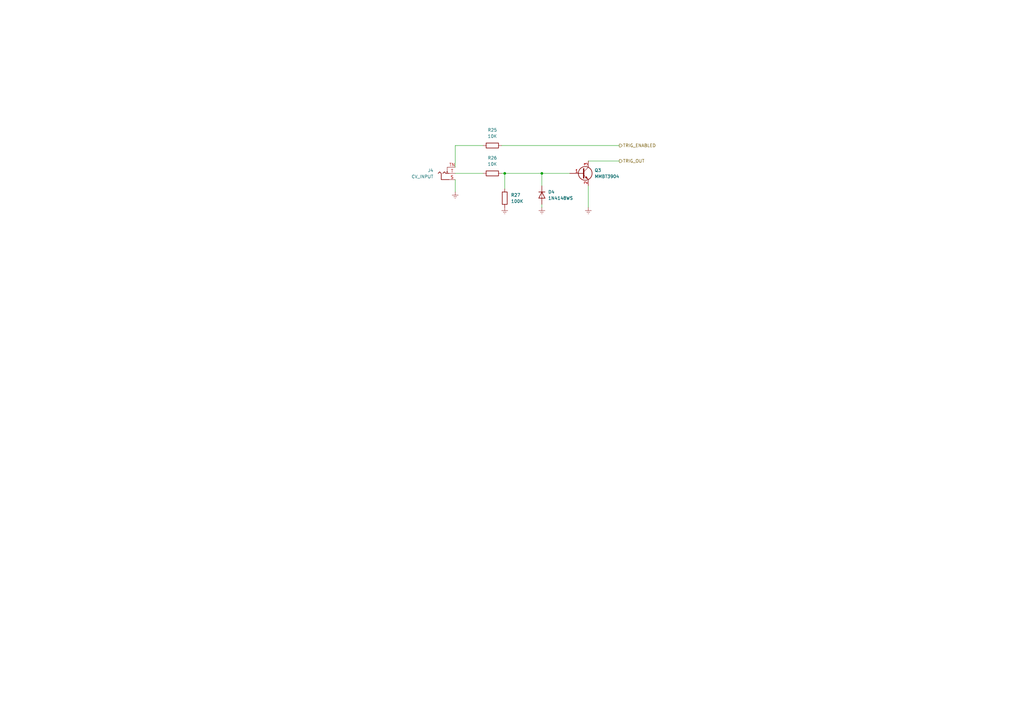
<source format=kicad_sch>
(kicad_sch (version 20231120) (generator "eeschema") (generator_version "8.0")
  (paper "A3")
  (lib_symbols
    (symbol "Device:R" (pin_numbers hide) (pin_names (offset 0))
      (property "Reference" "R" (at 2.032 0 90))
      (property "Value" "R" (at 0 0 90))
      (symbol "R_0_1"
        (rectangle (start -1.016 -2.54) (end 1.016 2.54) (stroke (width 0.254)))
      )
      (symbol "R_1_1"
        (pin passive line (at 0 3.81 270) (length 1.27) (name "~") (number "1"))
        (pin passive line (at 0 -3.81 90) (length 1.27) (name "~") (number "2"))
      )
    )
    (symbol "Diode:1N4148WS" (pin_numbers hide) (pin_names hide)
      (property "Reference" "D" (at 0 2.54 0))
      (property "Value" "1N4148WS" (at 0 -2.54 0))
      (symbol "1N4148WS_0_1"
        (polyline (pts (xy -1.27 1.27) (xy -1.27 -1.27)) (stroke (width 0.254)))
        (polyline (pts (xy 1.27 0) (xy -1.27 0)))
        (polyline (pts (xy 1.27 1.27) (xy 1.27 -1.27) (xy -1.27 0) (xy 1.27 1.27)) (stroke (width 0.254)))
      )
      (symbol "1N4148WS_1_1"
        (pin passive line (at -3.81 0 0) (length 2.54) (name "K") (number "1"))
        (pin passive line (at 3.81 0 180) (length 2.54) (name "A") (number "2"))
      )
    )
    (symbol "Transistor_BJT:MMBT3904" (pin_names (offset 0) hide)
      (property "Reference" "Q" (at 5.08 1.905 0))
      (property "Value" "MMBT3904" (at 5.08 0 0))
      (symbol "MMBT3904_0_1"
        (polyline (pts (xy 0.635 0.635) (xy 2.54 2.54)))
        (polyline (pts (xy 0.635 -0.635) (xy 2.54 -2.54) (xy 2.54 -2.54)))
        (polyline (pts (xy 0.635 1.905) (xy 0.635 -1.905) (xy 0.635 -1.905)) (stroke (width 0.508)))
        (polyline (pts (xy 1.27 -1.778) (xy 1.778 -1.27) (xy 2.286 -2.286) (xy 1.27 -1.778) (xy 1.27 -1.778)) (fill (type outline)))
        (circle (center 1.27 0) (radius 2.8194) (stroke (width 0.254)))
      )
      (symbol "MMBT3904_1_1"
        (pin input line (at -5.08 0 0) (length 5.715) (name "B") (number "1"))
        (pin passive line (at 2.54 -5.08 90) (length 2.54) (name "E") (number "2"))
        (pin passive line (at 2.54 5.08 270) (length 2.54) (name "C") (number "3"))
      )
    )
    (symbol "power:GNDREF" (power) (pin_numbers hide) (pin_names (offset 0) hide)
      (property "Value" "GNDREF" (at 0 -3.81 0))
      (symbol "GNDREF_0_1"
        (polyline (pts (xy -0.635 -1.905) (xy 0.635 -1.905)))
        (polyline (pts (xy -0.127 -2.54) (xy 0.127 -2.54)))
        (polyline (pts (xy 0 -1.27) (xy 0 0)))
        (polyline (pts (xy 1.27 -1.27) (xy -1.27 -1.27)))
      )
      (symbol "GNDREF_1_1"
        (pin power_in line (at 0 0 270) (length 0) (name "~") (number "1"))
      )
    )
    (symbol "synth:AudioJack_Mono_3.5mm"
      (property "Reference" "J" (at 0 8.89 0))
      (property "Value" "AudioJack_Mono_3.5mm" (at 0 6.35 0))
      (symbol "AudioJack_Mono_3.5mm_0_1"
        (polyline (pts (xy 1.778 -0.254) (xy 2.032 -0.762)))
        (polyline (pts (xy 0 0) (xy 0.635 -0.635) (xy 1.27 0) (xy 2.54 0)) (stroke (width 0.254)))
        (polyline (pts (xy 2.54 -2.54) (xy 1.778 -2.54) (xy 1.778 -0.254) (xy 1.524 -0.762)))
        (polyline (pts (xy 2.54 2.54) (xy -0.635 2.54) (xy -0.635 0) (xy -1.27 -0.635) (xy -1.905 0)) (stroke (width 0.254)))
      )
      (symbol "AudioJack_Mono_3.5mm_1_1"
        (pin passive line (at 5.08 2.54 180) (length 2.54) (name "~") (number "S"))
        (pin passive line (at 5.08 0 180) (length 2.54) (name "~") (number "T"))
        (pin passive line (at 5.08 -2.54 180) (length 2.54) (name "~") (number "TN"))
      )
    )
  )
  (junction (at 207.01 71.12))
  (junction (at 222.25 71.12))
  (wire (pts (xy 222.25 76.2) (xy 222.25 71.12)))
  (wire (pts (xy 222.25 71.12) (xy 233.68 71.12)))
  (wire (pts (xy 186.69 68.58) (xy 186.69 59.69)))
  (wire (pts (xy 198.12 71.12) (xy 186.69 71.12)))
  (wire (pts (xy 186.69 78.74) (xy 186.69 73.66)))
  (wire (pts (xy 254 66.04) (xy 241.3 66.04)))
  (wire (pts (xy 222.25 85.09) (xy 222.25 83.82)))
  (wire (pts (xy 186.69 59.69) (xy 198.12 59.69)))
  (wire (pts (xy 205.74 71.12) (xy 207.01 71.12)))
  (wire (pts (xy 207.01 71.12) (xy 222.25 71.12)))
  (wire (pts (xy 241.3 85.09) (xy 241.3 76.2)))
  (wire (pts (xy 254 59.69) (xy 205.74 59.69)))
  (wire (pts (xy 207.01 77.47) (xy 207.01 71.12)))
  (hierarchical_label "TRIG_OUT" (shape output) (at 254 66.04 0))
  (hierarchical_label "TRIG_ENABLED" (shape output) (at 254 59.69 0))
  (symbol (lib_id "Device:R") (at 207.01 81.28 0) (unit 1)
    (property "Reference" "R27" (at 209.55 80.0099 0) (effects (justify left)))
    (property "Value" "100K" (at 209.55 82.5499 0) (effects (justify left)))
    (property "Footprint" "Resistor_SMD:R_0805_2012Metric_Pad1.20x1.40mm_HandSolder" (effects (hide yes)))
    (property "Description" "Resistor" (effects (hide yes)))
    (instances (project "quantizer" (path "" (reference "R27") (unit 1)) (path "" (reference "R43") (unit 1))))
  )
  (symbol (lib_id "Device:R") (at 201.93 71.12 270) (unit 1)
    (property "Reference" "R26" (at 201.93 64.77 90))
    (property "Value" "10K" (at 201.93 67.31 90))
    (property "Footprint" "Resistor_SMD:R_0805_2012Metric_Pad1.20x1.40mm_HandSolder" (effects (hide yes)))
    (property "Description" "Resistor" (effects (hide yes)))
    (instances (project "quantizer" (path "" (reference "R26") (unit 1)) (path "" (reference "R42") (unit 1))))
  )
  (symbol (lib_id "synth:AudioJack_Mono_3.5mm") (at 181.61 71.12 0) (mirror x) (unit 1)
    (property "Reference" "J4" (at 177.8 69.9134 0) (effects (justify right)))
    (property "Value" "CV_INPUT" (at 177.8 72.4534 0) (effects (justify right)))
    (property "Footprint" "Synth:Jack_3.5mm_QingPu_WQP-PJ398SM_Vertical_CircularHoles" (effects (hide yes)))
    (property "Description" "Audio Jack, 2 Poles (Mono / TS), Switched T Pole (Normalling)" (effects (hide yes)))
    (instances (project "quantizer" (path "" (reference "J4") (unit 1)) (path "" (reference "J8") (unit 1))))
  )
  (symbol (lib_id "power:GNDREF") (at 222.25 85.09 0) (unit 1)
    (property "Reference" "#PWR056" (effects (hide yes)))
    (property "Value" "GNDREF" (effects (hide yes)))
    (property "Description" "Power symbol creates a global label with name \"GNDREF\" , reference supply ground" (effects (hide yes)))
    (instances (project "quantizer" (path "" (reference "#PWR056") (unit 1)) (path "" (reference "#PWR074") (unit 1))))
  )
  (symbol (lib_id "power:GNDREF") (at 241.3 85.09 0) (unit 1)
    (property "Reference" "#PWR057" (effects (hide yes)))
    (property "Value" "GNDREF" (effects (hide yes)))
    (property "Description" "Power symbol creates a global label with name \"GNDREF\" , reference supply ground" (effects (hide yes)))
    (instances (project "quantizer" (path "" (reference "#PWR057") (unit 1)) (path "" (reference "#PWR075") (unit 1))))
  )
  (symbol (lib_id "Diode:1N4148WS") (at 222.25 80.01 270) (unit 1)
    (property "Reference" "D4" (at 224.79 78.7399 90) (effects (justify left)))
    (property "Value" "1N4148WS" (at 224.79 81.2799 90) (effects (justify left)))
    (property "Footprint" "Diode_SMD:D_SOD-323_HandSoldering" (effects (hide yes)))
    (property "Datasheet" "https://www.vishay.com/docs/85751/1n4148ws.pdf" (effects (hide yes)))
    (property "Description" "75V 0.15A Fast switching Diode, SOD-323" (effects (hide yes)))
    (property "Sim.Device" "D" (effects (hide yes)))
    (property "Sim.Pins" "1=K 2=A" (effects (hide yes)))
    (instances (project "" (path "" (reference "D4") (unit 1)) (path "" (reference "D5") (unit 1))))
  )
  (symbol (lib_id "Device:R") (at 201.93 59.69 270) (unit 1)
    (property "Reference" "R25" (at 201.93 53.34 90))
    (property "Value" "10K" (at 201.93 55.88 90))
    (property "Footprint" "Resistor_SMD:R_0805_2012Metric_Pad1.20x1.40mm_HandSolder" (effects (hide yes)))
    (property "Description" "Resistor" (effects (hide yes)))
    (instances (project "quantizer" (path "" (reference "R25") (unit 1)) (path "" (reference "R41") (unit 1))))
  )
  (symbol (lib_id "power:GNDREF") (at 186.69 78.74 0) (unit 1)
    (property "Reference" "#PWR054" (effects (hide yes)))
    (property "Value" "GNDREF" (effects (hide yes)))
    (property "Description" "Power symbol creates a global label with name \"GNDREF\" , reference supply ground" (effects (hide yes)))
    (instances (project "quantizer" (path "" (reference "#PWR054") (unit 1)) (path "" (reference "#PWR072") (unit 1))))
  )
  (symbol (lib_id "power:GNDREF") (at 207.01 85.09 0) (unit 1)
    (property "Reference" "#PWR055" (effects (hide yes)))
    (property "Value" "GNDREF" (effects (hide yes)))
    (property "Description" "Power symbol creates a global label with name \"GNDREF\" , reference supply ground" (effects (hide yes)))
    (instances (project "quantizer" (path "" (reference "#PWR055") (unit 1)) (path "" (reference "#PWR073") (unit 1))))
  )
  (symbol (lib_id "Transistor_BJT:MMBT3904") (at 238.76 71.12 0) (unit 1)
    (property "Reference" "Q3" (at 243.84 69.8499 0) (effects (justify left)))
    (property "Value" "MMBT3904" (at 243.84 72.3899 0) (effects (justify left)))
    (property "Footprint" "Package_TO_SOT_SMD:SOT-23" (effects (hide yes)))
    (property "Datasheet" "https://www.onsemi.com/pdf/datasheet/pzt3904-d.pdf" (effects (hide yes)))
    (property "Description" "0.2A Ic, 40V Vce, Small Signal NPN Transistor, SOT-23" (effects (hide yes)))
    (instances (project "quantizer" (path "" (reference "Q3") (unit 1)) (path "" (reference "Q4") (unit 1))))
  )
)
</source>
